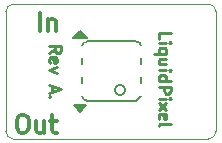
<source format=gto>
G04 (created by PCBNEW (2013-07-07 BZR 4022)-stable) date 10/22/2013 11:34:47 AM*
%MOIN*%
G04 Gerber Fmt 3.4, Leading zero omitted, Abs format*
%FSLAX34Y34*%
G01*
G70*
G90*
G04 APERTURE LIST*
%ADD10C,0.00590551*%
%ADD11C,0.011811*%
%ADD12C,0.01*%
%ADD13C,0.00393701*%
%ADD14R,0.055X0.055*%
%ADD15C,0.055*%
%ADD16C,0.1*%
%ADD17R,0.0708661X0.0393701*%
G04 APERTURE END LIST*
G54D10*
G54D11*
X16507Y-12448D02*
X16620Y-12448D01*
X16676Y-12476D01*
X16732Y-12532D01*
X16760Y-12645D01*
X16760Y-12842D01*
X16732Y-12954D01*
X16676Y-13010D01*
X16620Y-13039D01*
X16507Y-13039D01*
X16451Y-13010D01*
X16395Y-12954D01*
X16367Y-12842D01*
X16367Y-12645D01*
X16395Y-12532D01*
X16451Y-12476D01*
X16507Y-12448D01*
X17267Y-12645D02*
X17267Y-13039D01*
X17014Y-12645D02*
X17014Y-12954D01*
X17042Y-13010D01*
X17098Y-13039D01*
X17182Y-13039D01*
X17239Y-13010D01*
X17267Y-12982D01*
X17464Y-12645D02*
X17688Y-12645D01*
X17548Y-12448D02*
X17548Y-12954D01*
X17576Y-13010D01*
X17632Y-13039D01*
X17688Y-13039D01*
X17132Y-9639D02*
X17132Y-9048D01*
X17414Y-9245D02*
X17414Y-9639D01*
X17414Y-9301D02*
X17442Y-9273D01*
X17498Y-9245D01*
X17582Y-9245D01*
X17639Y-9273D01*
X17667Y-9329D01*
X17667Y-9639D01*
G54D12*
X17438Y-10380D02*
X17628Y-10247D01*
X17438Y-10152D02*
X17838Y-10152D01*
X17838Y-10304D01*
X17819Y-10342D01*
X17800Y-10361D01*
X17761Y-10380D01*
X17704Y-10380D01*
X17666Y-10361D01*
X17647Y-10342D01*
X17628Y-10304D01*
X17628Y-10152D01*
X17457Y-10704D02*
X17438Y-10666D01*
X17438Y-10590D01*
X17457Y-10552D01*
X17495Y-10533D01*
X17647Y-10533D01*
X17685Y-10552D01*
X17704Y-10590D01*
X17704Y-10666D01*
X17685Y-10704D01*
X17647Y-10723D01*
X17609Y-10723D01*
X17571Y-10533D01*
X17704Y-10857D02*
X17438Y-10952D01*
X17704Y-11047D01*
X17552Y-11485D02*
X17552Y-11676D01*
X17438Y-11447D02*
X17838Y-11580D01*
X17438Y-11714D01*
X17476Y-11847D02*
X17457Y-11866D01*
X17438Y-11847D01*
X17457Y-11828D01*
X17476Y-11847D01*
X17438Y-11847D01*
X21088Y-9907D02*
X21088Y-9716D01*
X21488Y-9716D01*
X21088Y-10040D02*
X21354Y-10040D01*
X21488Y-10040D02*
X21469Y-10021D01*
X21450Y-10040D01*
X21469Y-10059D01*
X21488Y-10040D01*
X21450Y-10040D01*
X21354Y-10402D02*
X20954Y-10402D01*
X21107Y-10402D02*
X21088Y-10364D01*
X21088Y-10288D01*
X21107Y-10250D01*
X21126Y-10230D01*
X21164Y-10211D01*
X21278Y-10211D01*
X21316Y-10230D01*
X21335Y-10250D01*
X21354Y-10288D01*
X21354Y-10364D01*
X21335Y-10402D01*
X21354Y-10764D02*
X21088Y-10764D01*
X21354Y-10592D02*
X21145Y-10592D01*
X21107Y-10611D01*
X21088Y-10650D01*
X21088Y-10707D01*
X21107Y-10745D01*
X21126Y-10764D01*
X21088Y-10954D02*
X21354Y-10954D01*
X21488Y-10954D02*
X21469Y-10935D01*
X21450Y-10954D01*
X21469Y-10973D01*
X21488Y-10954D01*
X21450Y-10954D01*
X21088Y-11316D02*
X21488Y-11316D01*
X21107Y-11316D02*
X21088Y-11278D01*
X21088Y-11202D01*
X21107Y-11164D01*
X21126Y-11145D01*
X21164Y-11126D01*
X21278Y-11126D01*
X21316Y-11145D01*
X21335Y-11164D01*
X21354Y-11202D01*
X21354Y-11278D01*
X21335Y-11316D01*
X21088Y-11507D02*
X21488Y-11507D01*
X21488Y-11659D01*
X21469Y-11697D01*
X21450Y-11716D01*
X21411Y-11735D01*
X21354Y-11735D01*
X21316Y-11716D01*
X21297Y-11697D01*
X21278Y-11659D01*
X21278Y-11507D01*
X21088Y-11907D02*
X21354Y-11907D01*
X21488Y-11907D02*
X21469Y-11888D01*
X21450Y-11907D01*
X21469Y-11926D01*
X21488Y-11907D01*
X21450Y-11907D01*
X21088Y-12059D02*
X21354Y-12269D01*
X21354Y-12059D02*
X21088Y-12269D01*
X21107Y-12573D02*
X21088Y-12535D01*
X21088Y-12459D01*
X21107Y-12421D01*
X21145Y-12402D01*
X21297Y-12402D01*
X21335Y-12421D01*
X21354Y-12459D01*
X21354Y-12535D01*
X21335Y-12573D01*
X21297Y-12592D01*
X21259Y-12592D01*
X21221Y-12402D01*
X21088Y-12821D02*
X21107Y-12783D01*
X21145Y-12764D01*
X21488Y-12764D01*
G54D13*
X16000Y-13000D02*
G75*
G03X16250Y-13250I250J0D01*
G74*
G01*
X16250Y-8750D02*
G75*
G03X16000Y-9000I0J-250D01*
G74*
G01*
X23000Y-9000D02*
G75*
G03X22750Y-8750I-250J0D01*
G74*
G01*
X22750Y-13250D02*
G75*
G03X23000Y-13000I0J250D01*
G74*
G01*
X16250Y-13250D02*
X22750Y-13250D01*
X22750Y-8750D02*
X16250Y-8750D01*
X23000Y-13000D02*
X23000Y-9000D01*
X23000Y-11000D02*
X23000Y-13000D01*
X16000Y-13000D02*
X16000Y-9000D01*
X16000Y-9250D02*
X16000Y-13000D01*
X16000Y-11000D02*
X16000Y-9250D01*
G54D10*
X18476Y-12356D02*
X18279Y-12120D01*
X18279Y-12120D02*
X18673Y-12120D01*
X18673Y-12120D02*
X18476Y-12356D01*
X18476Y-12356D02*
X18476Y-12120D01*
X18476Y-12120D02*
X18633Y-12120D01*
X18633Y-12120D02*
X18515Y-12277D01*
X18515Y-12277D02*
X18515Y-12159D01*
X18515Y-12159D02*
X18555Y-12159D01*
X18555Y-12159D02*
X18318Y-12159D01*
X18318Y-12159D02*
X18437Y-12277D01*
X18437Y-12277D02*
X18437Y-12159D01*
X18437Y-12159D02*
X18397Y-12198D01*
X18476Y-9683D02*
X18555Y-9879D01*
X18555Y-9879D02*
X18555Y-9722D01*
X18555Y-9722D02*
X18594Y-9879D01*
X18594Y-9879D02*
X18633Y-9840D01*
X18633Y-9840D02*
X18318Y-9840D01*
X18318Y-9840D02*
X18358Y-9801D01*
X18358Y-9801D02*
X18476Y-9801D01*
X18476Y-9801D02*
X18476Y-9761D01*
X18476Y-9761D02*
X18358Y-9761D01*
X18358Y-9761D02*
X18476Y-9722D01*
X18476Y-9643D02*
X18712Y-9879D01*
X18712Y-9879D02*
X18476Y-9879D01*
X18476Y-9879D02*
X18476Y-9643D01*
X18358Y-9761D02*
X18240Y-9879D01*
X18240Y-9879D02*
X18673Y-9879D01*
X18476Y-9643D02*
X18358Y-9761D01*
X19979Y-11614D02*
G75*
G03X19979Y-11614I-176J0D01*
G74*
G01*
X18700Y-11968D02*
X20354Y-11968D01*
X18543Y-10157D02*
X18543Y-11811D01*
X20354Y-10000D02*
X18700Y-10000D01*
X20354Y-11968D02*
X20511Y-11811D01*
X20511Y-11811D02*
X20511Y-10157D01*
X20511Y-10157D02*
G75*
G03X20354Y-10000I-157J0D01*
G74*
G01*
X18700Y-10000D02*
G75*
G03X18543Y-10157I0J-157D01*
G74*
G01*
X18543Y-11811D02*
G75*
G03X18700Y-11968I157J0D01*
G74*
G01*
%LPC*%
G54D14*
X18500Y-12750D03*
G54D15*
X19500Y-12750D03*
X20500Y-12750D03*
G54D14*
X18500Y-9250D03*
G54D15*
X19500Y-9250D03*
X20500Y-9250D03*
G54D16*
X16750Y-11000D03*
X22250Y-11000D03*
G54D17*
X20511Y-11614D03*
X20511Y-10984D03*
X20511Y-10354D03*
X18543Y-10354D03*
X18543Y-10984D03*
X18543Y-11614D03*
M02*

</source>
